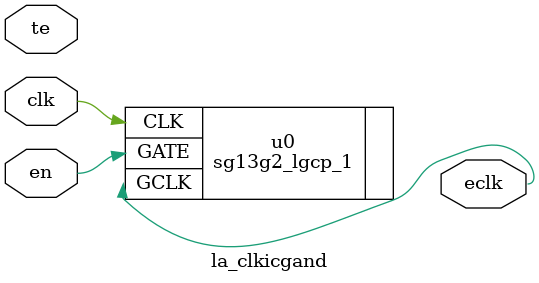
<source format=v>

module la_clkicgand #(
    parameter PROP = "DEFAULT"
) (
    input  clk,  // clock input
    input  te,   // test enable
    input  en,   // enable (from positive edge FF)
    output eclk  // enabled clock output
);

  // reg en_stable;

  // always @(clk or en or te) if (~clk) en_stable <= en | te;

  // assign eclk = clk & en_stable;

  sg13g2_lgcp_1 u0 (
      .CLK (clk),
      .GATE(en),
      .GCLK(eclk)
  );

endmodule

</source>
